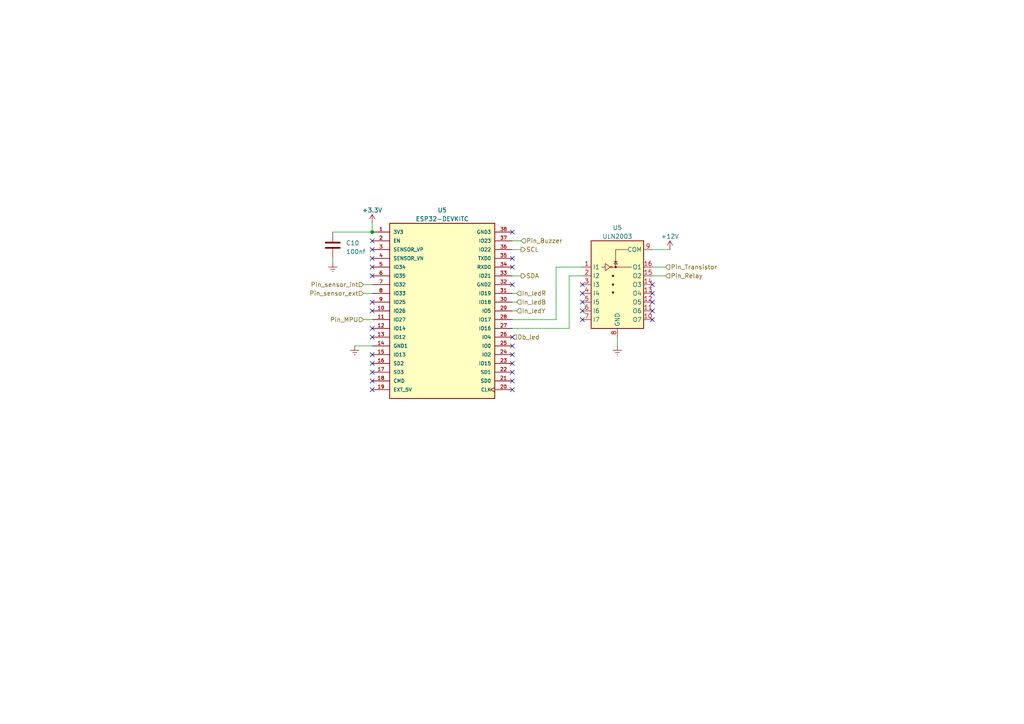
<source format=kicad_sch>
(kicad_sch (version 20230121) (generator eeschema)
  (paper "A4")
  (lib_symbols
    (symbol "Device:C" (pin_numbers hide) (pin_names (offset 0.254))
      (property "Reference" "C" (at 0.635 2.54 0))
      (property "Value" "C" (at 0.635 -2.54 0))
      (symbol "C_0_1"
        (polyline (pts (xy -2.032 -0.762) (xy 2.032 -0.762)) (stroke (width 0.508)))
        (polyline (pts (xy -2.032 0.762) (xy 2.032 0.762)) (stroke (width 0.508)))
      )
      (symbol "C_1_1"
        (pin passive line (at 0 3.81 270) (length 2.794) (name "~") (number "1"))
        (pin passive line (at 0 -3.81 90) (length 2.794) (name "~") (number "2"))
      )
    )
    (symbol "ESP32-DEVKITC:ESP32-DEVKITC" (pin_names (offset 1.016))
      (property "Reference" "U" (at -15.2572 26.0643 0))
      (property "Value" "ESP32-DEVKITC" (at -15.2563 -27.9698 0))
      (symbol "ESP32-DEVKITC_0_0"
        (rectangle (start -15.24 -25.4) (end 15.24 25.4) (stroke (width 0.254)) (fill (type background)))
        (pin power_in line (at -20.32 22.86 0) (length 5.08) (name "3V3") (number "1"))
        (pin bidirectional line (at -20.32 0 0) (length 5.08) (name "IO26") (number "10"))
        (pin bidirectional line (at -20.32 -2.54 0) (length 5.08) (name "IO27") (number "11"))
        (pin bidirectional line (at -20.32 -5.08 0) (length 5.08) (name "IO14") (number "12"))
        (pin bidirectional line (at -20.32 -7.62 0) (length 5.08) (name "IO12") (number "13"))
        (pin power_in line (at -20.32 -10.16 0) (length 5.08) (name "GND1") (number "14"))
        (pin bidirectional line (at -20.32 -12.7 0) (length 5.08) (name "IO13") (number "15"))
        (pin bidirectional line (at -20.32 -15.24 0) (length 5.08) (name "SD2") (number "16"))
        (pin bidirectional line (at -20.32 -17.78 0) (length 5.08) (name "SD3") (number "17"))
        (pin bidirectional line (at -20.32 -20.32 0) (length 5.08) (name "CMD") (number "18"))
        (pin power_in line (at -20.32 -22.86 0) (length 5.08) (name "EXT_5V") (number "19"))
        (pin input line (at -20.32 20.32 0) (length 5.08) (name "EN") (number "2"))
        (pin input clock (at 20.32 -22.86 180) (length 5.08) (name "CLK") (number "20"))
        (pin bidirectional line (at 20.32 -20.32 180) (length 5.08) (name "SD0") (number "21"))
        (pin bidirectional line (at 20.32 -17.78 180) (length 5.08) (name "SD1") (number "22"))
        (pin bidirectional line (at 20.32 -15.24 180) (length 5.08) (name "IO15") (number "23"))
        (pin bidirectional line (at 20.32 -12.7 180) (length 5.08) (name "IO2") (number "24"))
        (pin bidirectional line (at 20.32 -10.16 180) (length 5.08) (name "IO0") (number "25"))
        (pin bidirectional line (at 20.32 -7.62 180) (length 5.08) (name "IO4") (number "26"))
        (pin bidirectional line (at 20.32 -5.08 180) (length 5.08) (name "IO16") (number "27"))
        (pin bidirectional line (at 20.32 -2.54 180) (length 5.08) (name "IO17") (number "28"))
        (pin bidirectional line (at 20.32 0 180) (length 5.08) (name "IO5") (number "29"))
        (pin input line (at -20.32 17.78 0) (length 5.08) (name "SENSOR_VP") (number "3"))
        (pin bidirectional line (at 20.32 2.54 180) (length 5.08) (name "IO18") (number "30"))
        (pin bidirectional line (at 20.32 5.08 180) (length 5.08) (name "IO19") (number "31"))
        (pin power_in line (at 20.32 7.62 180) (length 5.08) (name "GND2") (number "32"))
        (pin bidirectional line (at 20.32 10.16 180) (length 5.08) (name "IO21") (number "33"))
        (pin input line (at 20.32 12.7 180) (length 5.08) (name "RXD0") (number "34"))
        (pin output line (at 20.32 15.24 180) (length 5.08) (name "TXD0") (number "35"))
        (pin bidirectional line (at 20.32 17.78 180) (length 5.08) (name "IO22") (number "36"))
        (pin bidirectional line (at 20.32 20.32 180) (length 5.08) (name "IO23") (number "37"))
        (pin power_in line (at 20.32 22.86 180) (length 5.08) (name "GND3") (number "38"))
        (pin input line (at -20.32 15.24 0) (length 5.08) (name "SENSOR_VN") (number "4"))
        (pin bidirectional line (at -20.32 12.7 0) (length 5.08) (name "IO34") (number "5"))
        (pin bidirectional line (at -20.32 10.16 0) (length 5.08) (name "IO35") (number "6"))
        (pin bidirectional line (at -20.32 7.62 0) (length 5.08) (name "IO32") (number "7"))
        (pin bidirectional line (at -20.32 5.08 0) (length 5.08) (name "IO33") (number "8"))
        (pin bidirectional line (at -20.32 2.54 0) (length 5.08) (name "IO25") (number "9"))
      )
    )
    (symbol "Transistor_Array:ULN2003"
      (property "Reference" "U" (at 0 15.875 0))
      (property "Value" "ULN2003" (at 0 13.97 0))
      (symbol "ULN2003_0_1"
        (rectangle (start -7.62 -12.7) (end 7.62 12.7) (stroke (width 0.254)) (fill (type background)))
        (circle (center -1.778 5.08) (radius 0.254))
        (circle (center -1.27 -2.286) (radius 0.254) (fill (type outline)))
        (circle (center -1.27 0) (radius 0.254) (fill (type outline)))
        (circle (center -1.27 2.54) (radius 0.254) (fill (type outline)))
        (circle (center -0.508 5.08) (radius 0.254) (fill (type outline)))
        (polyline (pts (xy -4.572 5.08) (xy -3.556 5.08)))
        (polyline (pts (xy -1.524 5.08) (xy 4.064 5.08)))
        (polyline (pts (xy 0 6.731) (xy -1.016 6.731)))
        (polyline (pts (xy -0.508 5.08) (xy -0.508 10.16) (xy 2.921 10.16)))
        (polyline (pts (xy -3.556 6.096) (xy -3.556 4.064) (xy -2.032 5.08) (xy -3.556 6.096)))
        (polyline (pts (xy 0 5.969) (xy -1.016 5.969) (xy -0.508 6.731) (xy 0 5.969)))
      )
      (symbol "ULN2003_1_1"
        (pin input line (at -10.16 5.08 0) (length 2.54) (name "I1") (number "1"))
        (pin open_collector line (at 10.16 -10.16 180) (length 2.54) (name "O7") (number "10"))
        (pin open_collector line (at 10.16 -7.62 180) (length 2.54) (name "O6") (number "11"))
        (pin open_collector line (at 10.16 -5.08 180) (length 2.54) (name "O5") (number "12"))
        (pin open_collector line (at 10.16 -2.54 180) (length 2.54) (name "O4") (number "13"))
        (pin open_collector line (at 10.16 0 180) (length 2.54) (name "O3") (number "14"))
        (pin open_collector line (at 10.16 2.54 180) (length 2.54) (name "O2") (number "15"))
        (pin open_collector line (at 10.16 5.08 180) (length 2.54) (name "O1") (number "16"))
        (pin input line (at -10.16 2.54 0) (length 2.54) (name "I2") (number "2"))
        (pin input line (at -10.16 0 0) (length 2.54) (name "I3") (number "3"))
        (pin input line (at -10.16 -2.54 0) (length 2.54) (name "I4") (number "4"))
        (pin input line (at -10.16 -5.08 0) (length 2.54) (name "I5") (number "5"))
        (pin input line (at -10.16 -7.62 0) (length 2.54) (name "I6") (number "6"))
        (pin input line (at -10.16 -10.16 0) (length 2.54) (name "I7") (number "7"))
        (pin power_in line (at 0 -15.24 90) (length 2.54) (name "GND") (number "8"))
        (pin passive line (at 10.16 10.16 180) (length 2.54) (name "COM") (number "9"))
      )
    )
    (symbol "power:+12V" (power) (pin_names (offset 0))
      (property "Value" "+12V" (at 0 3.556 0))
      (symbol "+12V_0_1"
        (polyline (pts (xy -0.762 1.27) (xy 0 2.54)))
        (polyline (pts (xy 0 0) (xy 0 2.54)))
        (polyline (pts (xy 0 2.54) (xy 0.762 1.27)))
      )
      (symbol "+12V_1_1"
        (pin power_in line (at 0 0 90) (length 0) hide (name "+12V") (number "1"))
      )
    )
    (symbol "power:+3.3V" (power) (pin_names (offset 0))
      (property "Value" "+3.3V" (at 0 3.556 0))
      (symbol "+3.3V_0_1"
        (polyline (pts (xy -0.762 1.27) (xy 0 2.54)))
        (polyline (pts (xy 0 0) (xy 0 2.54)))
        (polyline (pts (xy 0 2.54) (xy 0.762 1.27)))
      )
      (symbol "+3.3V_1_1"
        (pin power_in line (at 0 0 90) (length 0) hide (name "+3.3V") (number "1"))
      )
    )
    (symbol "power:Earth" (power) (pin_names (offset 0))
      (symbol "Earth_0_1"
        (polyline (pts (xy -0.635 -1.905) (xy 0.635 -1.905)))
        (polyline (pts (xy -0.127 -2.54) (xy 0.127 -2.54)))
        (polyline (pts (xy 0 -1.27) (xy 0 0)))
        (polyline (pts (xy 1.27 -1.27) (xy -1.27 -1.27)))
      )
      (symbol "Earth_1_1"
        (pin power_in line (at 0 0 270) (length 0) hide (name "Earth") (number "1"))
      )
    )
  )
  (junction (at 107.95 67.31))
  (no_connect (at 189.23 87.63))
  (no_connect (at 148.59 102.87))
  (no_connect (at 107.95 105.41))
  (no_connect (at 148.59 113.03))
  (no_connect (at 107.95 72.39))
  (no_connect (at 107.95 90.17))
  (no_connect (at 107.95 95.25))
  (no_connect (at 107.95 69.85))
  (no_connect (at 168.91 87.63))
  (no_connect (at 107.95 97.79))
  (no_connect (at 107.95 77.47))
  (no_connect (at 148.59 67.31))
  (no_connect (at 148.59 77.47))
  (no_connect (at 107.95 110.49))
  (no_connect (at 148.59 107.95))
  (no_connect (at 148.59 82.55))
  (no_connect (at 107.95 107.95))
  (no_connect (at 107.95 74.93))
  (no_connect (at 168.91 82.55))
  (no_connect (at 148.59 97.79))
  (no_connect (at 148.59 110.49))
  (no_connect (at 107.95 87.63))
  (no_connect (at 107.95 80.01))
  (no_connect (at 107.95 113.03))
  (no_connect (at 168.91 85.09))
  (no_connect (at 189.23 85.09))
  (no_connect (at 148.59 105.41))
  (no_connect (at 189.23 82.55))
  (no_connect (at 189.23 90.17))
  (no_connect (at 189.23 92.71))
  (no_connect (at 168.91 90.17))
  (no_connect (at 148.59 74.93))
  (no_connect (at 168.91 92.71))
  (no_connect (at 107.95 102.87))
  (no_connect (at 148.59 100.33))
  (wire (pts (xy 168.91 80.01) (xy 165.1 80.01)))
  (wire (pts (xy 96.52 67.31) (xy 107.95 67.31)))
  (wire (pts (xy 148.59 90.17) (xy 149.86 90.17)))
  (wire (pts (xy 105.41 85.09) (xy 107.95 85.09)))
  (wire (pts (xy 179.07 97.79) (xy 179.07 100.33)))
  (wire (pts (xy 165.1 80.01) (xy 165.1 95.25)))
  (wire (pts (xy 189.23 80.01) (xy 193.04 80.01)))
  (wire (pts (xy 148.59 85.09) (xy 149.86 85.09)))
  (wire (pts (xy 148.59 95.25) (xy 165.1 95.25)))
  (wire (pts (xy 148.59 80.01) (xy 151.13 80.01)))
  (wire (pts (xy 168.91 77.47) (xy 161.29 77.47)))
  (wire (pts (xy 189.23 72.39) (xy 194.31 72.39)))
  (wire (pts (xy 148.59 72.39) (xy 151.13 72.39)))
  (wire (pts (xy 189.23 77.47) (xy 193.04 77.47)))
  (wire (pts (xy 102.87 100.33) (xy 107.95 100.33)))
  (wire (pts (xy 161.29 77.47) (xy 161.29 92.71)))
  (wire (pts (xy 161.29 92.71) (xy 148.59 92.71)))
  (wire (pts (xy 148.59 69.85) (xy 151.13 69.85)))
  (wire (pts (xy 96.52 74.93) (xy 96.52 76.2)))
  (wire (pts (xy 107.95 92.71) (xy 105.41 92.71)))
  (wire (pts (xy 107.95 64.77) (xy 107.95 67.31)))
  (wire (pts (xy 148.59 87.63) (xy 149.86 87.63)))
  (wire (pts (xy 105.41 82.55) (xy 107.95 82.55)))
  (hierarchical_label "In_ledR" (shape input) (at 149.86 85.09 0))
  (hierarchical_label "In_ledY" (shape input) (at 149.86 90.17 0))
  (hierarchical_label "SCL" (shape output) (at 151.13 72.39 0))
  (hierarchical_label "Pin_Transistor" (shape input) (at 193.04 77.47 0))
  (hierarchical_label "Pin_Buzzer" (shape input) (at 151.13 69.85 0))
  (hierarchical_label "Db_led" (shape input) (at 148.59 97.79 0))
  (hierarchical_label "Pin_MPU" (shape input) (at 105.41 92.71 180))
  (hierarchical_label "In_ledB" (shape input) (at 149.86 87.63 0))
  (hierarchical_label "Pin_sensor_int" (shape input) (at 105.41 82.55 180))
  (hierarchical_label "Pin_Relay" (shape input) (at 193.04 80.01 0))
  (hierarchical_label "SDA" (shape output) (at 151.13 80.01 0))
  (hierarchical_label "Pin_sensor_ext" (shape input) (at 105.41 85.09 180))
  (symbol (lib_id "ESP32-DEVKITC:ESP32-DEVKITC") (at 128.27 90.17 0) (unit 1)
    (property "Reference" "U5" (at 128.27 60.96 0))
    (property "Value" "ESP32-DEVKITC" (at 128.27 63.5 0))
    (property "Footprint" "esp32:MODULE_ESP32-DEVKITC" (effects hide))
    (property "Datasheet" "https://esp-idf.readthedocs.io/en/latest/get-started/get-started-devkitc.html" (effects hide))
    (property "PARTREV" "N/A" (effects hide))
    (property "STANDARD" "Manufacturer Recommendations" (effects hide))
    (property "MANUFACTURER" "ESPRESSIF" (effects hide))
    (property "Manufacturer_Part_Number" "ESP32-DevKitC" (effects hide))
    (property "Mouser Price/Stock" "https://www.mouser.com/ProductDetail/Espressif-Systems/ESP32-DevKitC?qs=chTDxNqvsyn3pn4VyZwnyQ%3D%3D" (effects hide))
  )
  (symbol (lib_id "power:Earth") (at 179.07 100.33 0) (unit 1)
    (property "Reference" "#PWR018" (effects hide))
    (property "Value" "Earth" (effects hide))
  )
  (symbol (lib_id "power:Earth") (at 102.87 100.33 0) (unit 1)
    (property "Reference" "#PWR017" (effects hide))
    (property "Value" "Earth" (effects hide))
  )
  (symbol (lib_id "power:Earth") (at 96.52 76.2 0) (unit 1)
    (property "Reference" "#PWR03" (effects hide))
    (property "Value" "Earth" (effects hide))
    (instances (project "KISS_V2" (path "" (reference "#PWR03") (unit 1)) (path "" (reference "#PWR013") (unit 1)) (path "" (reference "#PWR015") (unit 1))) (project "Proyecto kiss" (path "" (reference "#PWR023") (unit 1)) (path "" (reference "#PWR010") (unit 1))))
  )
  (symbol (lib_id "power:+3.3V") (at 107.95 64.77 0) (unit 1)
    (property "Reference" "#PWR016" (effects hide))
    (property "Value" "+3.3V" (at 107.95 60.96 0))
  )
  (symbol (lib_id "Transistor_Array:ULN2003") (at 179.07 82.55 0) (unit 1)
    (property "Reference" "U5" (at 179.07 66.04 0))
    (property "Value" "ULN2003" (at 179.07 68.58 0))
    (property "Footprint" "Package_SO:SOIC-16_4.55x10.3mm_P1.27mm" (effects hide))
    (property "Datasheet" "http://www.ti.com/lit/ds/symlink/uln2003a.pdf" (effects hide))
    (property "Manufacturer_Part_Number" "ULN2004AD" (effects hide))
    (property "Mouser Price/Stock" "https://www.mouser.com/ProductDetail/Texas-Instruments/ULN2004AD?qs=w32V8uFkMxnZ%2FGfS4ds%2FgQ%3D%3D" (effects hide))
    (instances (project "KISS_V2" (path "" (reference "U5") (unit 1))) (project "Proyecto kiss" (path "" (reference "U3") (unit 1)) (path "" (reference "U6") (unit 1))))
  )
  (symbol (lib_id "power:+12V") (at 194.31 72.39 0) (unit 1)
    (property "Reference" "#PWR011" (effects hide))
    (property "Value" "+12V" (at 194.31 68.58 0))
    (instances (project "Proyecto kiss" (path "" (reference "#PWR011") (unit 1)) (path "" (reference "#PWR019") (unit 1))))
  )
  (symbol (lib_id "Device:C") (at 96.52 71.12 0) (unit 1)
    (property "Reference" "C10" (at 100.33 70.485 0) (effects (justify left)))
    (property "Value" "100nf" (at 100.33 73.025 0) (effects (justify left)))
    (property "Footprint" "Capacitor_SMD:C_0603_1608Metric" (effects hide))
    (property "Datasheet" "https://www.mouser.com/datasheet/2/212/KEM_C1023_X7R_AUTO_SMD-1093309.pdf" (effects hide))
    (property "Manufacturer_Part_Number" "C0603C104K5RAC3121" (effects hide))
    (property "Mouser Price/Stock" "https://www.mouser.com/ProductDetail/KEMET/C0603C104K5RAC3121?qs=oBCMsStVSxe1EkGyoyETtg%3D%3D" (effects hide))
    (instances (project "KISS_V2" (path "" (reference "C10") (unit 1)) (path "" (reference "C12") (unit 1))) (project "Proyecto kiss" (path "" (reference "C12") (unit 1)) (path "" (reference "C15") (unit 1))))
  )
)
</source>
